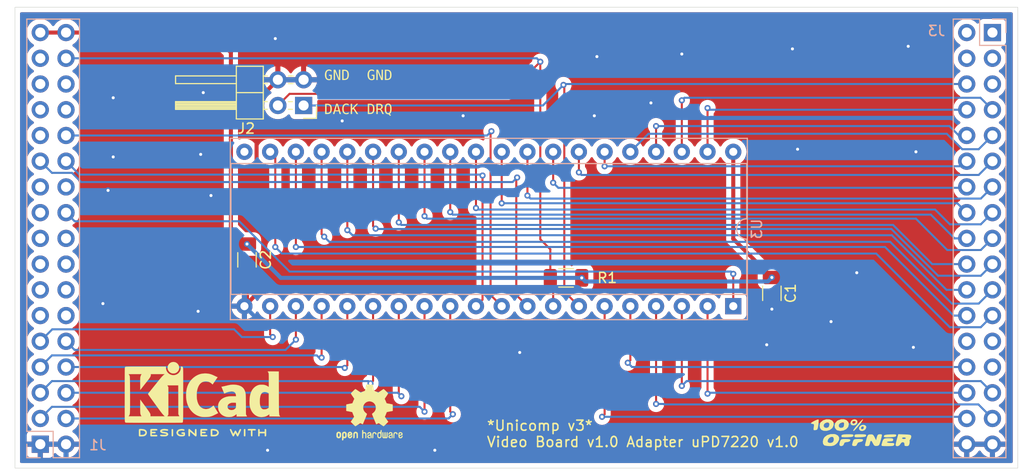
<source format=kicad_pcb>
(kicad_pcb (version 20240108) (generator "pcbnew") (generator_version "8.0")
  (layers (0 "F.Cu" signal) (31 "B.Cu" signal) (34 "B.Paste" user) (35 "F.Paste" user) (36 "B.SilkS" user "B.Silkscreen") (37 "F.SilkS" user "F.Silkscreen") (38 "B.Mask" user) (39 "F.Mask" user) (44 "Edge.Cuts" user))
  (net 0 "")
  (net 1 "GND")
  (net 2 "+5V")
  (net 3 "/VA1")
  (net 4 "/D4")
  (net 5 "/~{RST}")
  (net 6 "/D7")
  (net 7 "/VA11")
  (net 8 "/VA18")
  (net 9 "/D1")
  (net 10 "/CRSR")
  (net 11 "/VA7")
  (net 12 "/D5")
  (net 13 "/VA8")
  (net 14 "/D0")
  (net 15 "/VA13")
  (net 16 "/VCLK")
  (net 17 "/VA15")
  (net 18 "/VA0")
  (net 19 "/D6")
  (net 20 "/VA14")
  (net 21 "/VA4")
  (net 22 "/VA3")
  (net 23 "/VA6")
  (net 24 "/~{INT}")
  (net 25 "/R{slash}~{W}")
  (net 26 "/D3")
  (net 27 "/DE")
  (net 28 "/D2")
  (net 29 "/VA10")
  (net 30 "/VA5")
  (net 31 "/VA9")
  (net 32 "/HS")
  (net 33 "/VA12")
  (net 34 "/In0")
  (net 35 "/VA2")
  (net 36 "/VS")
  (net 37 "/~{CS}")
  (net 38 "/VA16")
  (net 39 "/VA17")
  (net 40 "/B")
  (net 41 "/Y")
  (net 42 "/CH0")
  (net 43 "/A")
  (net 44 "/Out2")
  (net 45 "/Out3")
  (net 46 "/Out6")
  (net 47 "/Out0")
  (net 48 "/Out5")
  (net 49 "/DRQ")
  (net 50 "/Out7")
  (net 51 "/CGAI")
  (net 52 "/Out4")
  (net 53 "/Out1")
  (net 54 "/~{RP}")
  (net 55 "/CGAB")
  (net 56 "/In2")
  (net 57 "/PHI2")
  (net 58 "/~{RD}")
  (net 59 "/~{WR}")
  (net 60 "/In1")
  (net 61 "/CGAR")
  (net 62 "/A0#")
  (net 63 "/CGAG")
  (net 65 "/A1#")
  (footprint "Symbol:OSHW-Logo2_7.3x6mm_SilkScreen" (layer "F.Cu") (at 85.5 106.5)
    (property "Reference" "H2" (hide yes))
    (property "Value" "Logo Open Source Hardware" (hide yes))
  )
  (footprint "Capacitor_SMD:C_1206_3216Metric_Pad1.33x1.80mm_HandSolder" (layer "F.Cu") (at 73.406 91.44 -90)
    (property "Reference" "C2" (at 0 -1.85 90) (layer "F.SilkS"))
    (property "Value" "100n")
    (pad "1" smd roundrect (at -1.5625 0 270) (size 1.325 1.8) (layers "F.Cu" "F.Paste" "F.Mask") (roundrect_rratio 0.188679) (net 2 "+5V"))
    (pad "2" smd roundrect (at 1.5625 0 270) (size 1.325 1.8) (layers "F.Cu" "F.Paste" "F.Mask") (roundrect_rratio 0.188679) (net 1 "GND"))
  )
  (footprint "Connector_PinHeader_2.54mm:PinHeader_2x02_P2.54mm_Horizontal" (layer "F.Cu") (at 78.994 76.2 180)
    (property "Reference" "J2" (at 5.655 -2.27 360) (layer "F.SilkS"))
    (property "Value" "Conn_02x02_Counter_Clockwise")
    (pad "1" thru_hole rect (at 0 0 180) (size 1.7 1.7) (drill 1) (layers "*.Cu" "*.Mask") (net 49 "/DRQ"))
    (pad "2" thru_hole oval (at 2.54 0 180) (size 1.7 1.7) (drill 1) (layers "*.Cu" "*.Mask") (net 24 "/~{INT}"))
    (pad "3" thru_hole oval (at 0 2.54 180) (size 1.7 1.7) (drill 1) (layers "*.Cu" "*.Mask") (net 1 "GND"))
    (pad "4" thru_hole oval (at 2.54 2.54 180) (size 1.7 1.7) (drill 1) (layers "*.Cu" "*.Mask") (net 1 "GND"))
  )
  (footprint "Capacitor_SMD:C_1206_3216Metric_Pad1.33x1.80mm_HandSolder" (layer "F.Cu") (at 125.222 94.742 -90)
    (property "Reference" "C1" (at 0 -1.85 90) (layer "F.SilkS"))
    (property "Value" "100n")
    (pad "1" smd roundrect (at -1.5625 0 270) (size 1.325 1.8) (layers "F.Cu" "F.Paste" "F.Mask") (roundrect_rratio 0.188679) (net 2 "+5V"))
    (pad "2" smd roundrect (at 1.5625 0 270) (size 1.325 1.8) (layers "F.Cu" "F.Paste" "F.Mask") (roundrect_rratio 0.188679) (net 1 "GND"))
  )
  (footprint "Symbol:KiCad-Logo2_6mm_SilkScreen" (layer "F.Cu") (at 69 104.5)
    (property "Reference" "H1" (hide yes))
    (property "Value" "Logo kicad" (hide yes))
  )
  (footprint "my_own:Logo_100ProzentOffner_10x2.7mm" (layer "F.Cu") (at 134 108.5)
    (property "Reference" "G***" (hide yes))
    (property "Value" "LOGO" (hide yes))
  )
  (footprint "Resistor_SMD:R_1206_3216Metric_Pad1.30x1.75mm_HandSolder" (layer "F.Cu") (at 104.902 93.218 180)
    (property "Reference" "R1" (at -4.064 0 360) (layer "F.SilkS"))
    (property "Value" "1k5")
    (pad "1" smd roundrect (at -1.55 0 180) (size 1.3 1.75) (layers "F.Cu" "F.Paste" "F.Mask") (roundrect_rratio 0.192308) (net 2 "+5V"))
    (pad "2" smd roundrect (at 1.55 0 180) (size 1.3 1.75) (layers "F.Cu" "F.Paste" "F.Mask") (roundrect_rratio 0.192308) (net 24 "/~{INT}"))
  )
  (footprint "Connector_PinHeader_2.54mm:PinHeader_2x17_P2.54mm_Vertical" (layer "B.Cu") (at 147 69 180)
    (property "Reference" "J3" (at 5.522 0.166 0) (layer "B.SilkS") (effects (justify mirror)))
    (property "Value" "Outputs")
    (pad "1" thru_hole rect (at 0 0 180) (size 1.7 1.7) (drill 1) (layers "*.Cu" "*.Mask") (net 55 "/CGAB"))
    (pad "2" thru_hole oval (at 2.54 0 180) (size 1.7 1.7) (drill 1) (layers "*.Cu" "*.Mask") (net 61 "/CGAR"))
    (pad "3" thru_hole oval (at 0 -2.54 180) (size 1.7 1.7) (drill 1) (layers "*.Cu" "*.Mask") (net 51 "/CGAI"))
    (pad "4" thru_hole oval (at 2.54 -2.54 180) (size 1.7 1.7) (drill 1) (layers "*.Cu" "*.Mask") (net 63 "/CGAG"))
    (pad "5" thru_hole oval (at 0 -5.08 180) (size 1.7 1.7) (drill 1) (layers "*.Cu" "*.Mask") (net 8 "/VA18"))
    (pad "6" thru_hole oval (at 2.54 -5.08 180) (size 1.7 1.7) (drill 1) (layers "*.Cu" "*.Mask") (net 49 "/DRQ"))
    (pad "7" thru_hole oval (at 0 -7.62 180) (size 1.7 1.7) (drill 1) (layers "*.Cu" "*.Mask") (net 38 "/VA16"))
    (pad "8" thru_hole oval (at 2.54 -7.62 180) (size 1.7 1.7) (drill 1) (layers "*.Cu" "*.Mask") (net 39 "/VA17"))
    (pad "9" thru_hole oval (at 0 -10.16 180) (size 1.7 1.7) (drill 1) (layers "*.Cu" "*.Mask") (net 20 "/VA14"))
    (pad "10" thru_hole oval (at 2.54 -10.16 180) (size 1.7 1.7) (drill 1) (layers "*.Cu" "*.Mask") (net 17 "/VA15"))
    (pad "11" thru_hole oval (at 0 -12.7 180) (size 1.7 1.7) (drill 1) (layers "*.Cu" "*.Mask") (net 33 "/VA12"))
    (pad "12" thru_hole oval (at 2.54 -12.7 180) (size 1.7 1.7) (drill 1) (layers "*.Cu" "*.Mask") (net 15 "/VA13"))
    (pad "13" thru_hole oval (at 0 -15.24 180) (size 1.7 1.7) (drill 1) (layers "*.Cu" "*.Mask") (net 29 "/VA10"))
    (pad "14" thru_hole oval (at 2.54 -15.24 180) (size 1.7 1.7) (drill 1) (layers "*.Cu" "*.Mask") (net 7 "/VA11"))
    (pad "15" thru_hole oval (at 0 -17.78 180) (size 1.7 1.7) (drill 1) (layers "*.Cu" "*.Mask") (net 13 "/VA8"))
    (pad "16" thru_hole oval (at 2.54 -17.78 180) (size 1.7 1.7) (drill 1) (layers "*.Cu" "*.Mask") (net 31 "/VA9"))
    (pad "17" thru_hole oval (at 0 -20.32 180) (size 1.7 1.7) (drill 1) (layers "*.Cu" "*.Mask") (net 23 "/VA6"))
    (pad "18" thru_hole oval (at 2.54 -20.32 180) (size 1.7 1.7) (drill 1) (layers "*.Cu" "*.Mask") (net 11 "/VA7"))
    (pad "19" thru_hole oval (at 0 -22.86 180) (size 1.7 1.7) (drill 1) (layers "*.Cu" "*.Mask") (net 21 "/VA4"))
    (pad "20" thru_hole oval (at 2.54 -22.86 180) (size 1.7 1.7) (drill 1) (layers "*.Cu" "*.Mask") (net 30 "/VA5"))
    (pad "21" thru_hole oval (at 0 -25.4 180) (size 1.7 1.7) (drill 1) (layers "*.Cu" "*.Mask") (net 35 "/VA2"))
    (pad "22" thru_hole oval (at 2.54 -25.4 180) (size 1.7 1.7) (drill 1) (layers "*.Cu" "*.Mask") (net 22 "/VA3"))
    (pad "23" thru_hole oval (at 0 -27.94 180) (size 1.7 1.7) (drill 1) (layers "*.Cu" "*.Mask") (net 18 "/VA0"))
    (pad "24" thru_hole oval (at 2.54 -27.94 180) (size 1.7 1.7) (drill 1) (layers "*.Cu" "*.Mask") (net 3 "/VA1"))
    (pad "25" thru_hole oval (at 0 -30.48 180) (size 1.7 1.7) (drill 1) (layers "*.Cu" "*.Mask") (net 34 "/In0"))
    (pad "26" thru_hole oval (at 2.54 -30.48 180) (size 1.7 1.7) (drill 1) (layers "*.Cu" "*.Mask") (net 60 "/In1"))
    (pad "27" thru_hole oval (at 0 -33.02 180) (size 1.7 1.7) (drill 1) (layers "*.Cu" "*.Mask") (net 56 "/In2"))
    (pad "28" thru_hole oval (at 2.54 -33.02 180) (size 1.7 1.7) (drill 1) (layers "*.Cu" "*.Mask") (net 27 "/DE"))
    (pad "29" thru_hole oval (at 0 -35.56 180) (size 1.7 1.7) (drill 1) (layers "*.Cu" "*.Mask") (net 32 "/HS"))
    (pad "30" thru_hole oval (at 2.54 -35.56 180) (size 1.7 1.7) (drill 1) (layers "*.Cu" "*.Mask") (net 10 "/CRSR"))
    (pad "31" thru_hole oval (at 0 -38.1 180) (size 1.7 1.7) (drill 1) (layers "*.Cu" "*.Mask") (net 36 "/VS"))
    (pad "32" thru_hole oval (at 2.54 -38.1 180) (size 1.7 1.7) (drill 1) (layers "*.Cu" "*.Mask") (net 54 "/~{RP}"))
    (pad "33" thru_hole oval (at 0 -40.64 180) (size 1.7 1.7) (drill 1) (layers "*.Cu" "*.Mask") (net 1 "GND"))
    (pad "34" thru_hole oval (at 2.54 -40.64 180) (size 1.7 1.7) (drill 1) (layers "*.Cu" "*.Mask") (net 1 "GND"))
  )
  (footprint "Connector_PinHeader_2.54mm:PinHeader_2x17_P2.54mm_Vertical" (layer "B.Cu") (at 53 109.64)
    (property "Reference" "J1" (at 5.674 0.088 0) (layer "B.SilkS") (effects (justify mirror)))
    (property "Value" "Inputs")
    (pad "1" thru_hole rect (at 0 0) (size 1.7 1.7) (drill 1) (layers "*.Cu" "*.Mask") (net 1 "GND"))
    (pad "2" thru_hole oval (at 2.54 0) (size 1.7 1.7) (drill 1) (layers "*.Cu" "*.Mask") (net 1 "GND"))
    (pad "3" thru_hole oval (at 0 -2.54) (size 1.7 1.7) (drill 1) (layers "*.Cu" "*.Mask") (net 9 "/D1"))
    (pad "4" thru_hole oval (at 2.54 -2.54) (size 1.7 1.7) (drill 1) (layers "*.Cu" "*.Mask") (net 14 "/D0"))
    (pad "5" thru_hole oval (at 0 -5.08) (size 1.7 1.7) (drill 1) (layers "*.Cu" "*.Mask") (net 26 "/D3"))
    (pad "6" thru_hole oval (at 2.54 -5.08) (size 1.7 1.7) (drill 1) (layers "*.Cu" "*.Mask") (net 28 "/D2"))
    (pad "7" thru_hole oval (at 0 -7.62) (size 1.7 1.7) (drill 1) (layers "*.Cu" "*.Mask") (net 12 "/D5"))
    (pad "8" thru_hole oval (at 2.54 -7.62) (size 1.7 1.7) (drill 1) (layers "*.Cu" "*.Mask") (net 4 "/D4"))
    (pad "9" thru_hole oval (at 0 -10.16) (size 1.7 1.7) (drill 1) (layers "*.Cu" "*.Mask") (net 6 "/D7"))
    (pad "10" thru_hole oval (at 2.54 -10.16) (size 1.7 1.7) (drill 1) (layers "*.Cu" "*.Mask") (net 19 "/D6"))
    (pad "11" thru_hole oval (at 0 -12.7) (size 1.7 1.7) (drill 1) (layers "*.Cu" "*.Mask") (net 53 "/Out1"))
    (pad "12" thru_hole oval (at 2.54 -12.7) (size 1.7 1.7) (drill 1) (layers "*.Cu" "*.Mask") (net 47 "/Out0"))
    (pad "13" thru_hole oval (at 0 -15.24) (size 1.7 1.7) (drill 1) (layers "*.Cu" "*.Mask") (net 45 "/Out3"))
    (pad "14" thru_hole oval (at 2.54 -15.24) (size 1.7 1.7) (drill 1) (layers "*.Cu" "*.Mask") (net 44 "/Out2"))
    (pad "15" thru_hole oval (at 0 -17.78) (size 1.7 1.7) (drill 1) (layers "*.Cu" "*.Mask") (net 48 "/Out5"))
    (pad "16" thru_hole oval (at 2.54 -17.78) (size 1.7 1.7) (drill 1) (layers "*.Cu" "*.Mask") (net 52 "/Out4"))
    (pad "17" thru_hole oval (at 0 -20.32) (size 1.7 1.7) (drill 1) (layers "*.Cu" "*.Mask") (net 50 "/Out7"))
    (pad "18" thru_hole oval (at 2.54 -20.32) (size 1.7 1.7) (drill 1) (layers "*.Cu" "*.Mask") (net 46 "/Out6"))
    (pad "19" thru_hole oval (at 0 -22.86) (size 1.7 1.7) (drill 1) (layers "*.Cu" "*.Mask") (net 37 "/~{CS}"))
    (pad "20" thru_hole oval (at 2.54 -22.86) (size 1.7 1.7) (drill 1) (layers "*.Cu" "*.Mask") (net 16 "/VCLK"))
    (pad "21" thru_hole oval (at 0 -25.4) (size 1.7 1.7) (drill 1) (layers "*.Cu" "*.Mask") (net 65 "/A1#"))
    (pad "22" thru_hole oval (at 2.54 -25.4) (size 1.7 1.7) (drill 1) (layers "*.Cu" "*.Mask") (net 25 "/R{slash}~{W}"))
    (pad "23" thru_hole oval (at 0 -27.94) (size 1.7 1.7) (drill 1) (layers "*.Cu" "*.Mask") (net 58 "/~{RD}"))
    (pad "24" thru_hole oval (at 2.54 -27.94) (size 1.7 1.7) (drill 1) (layers "*.Cu" "*.Mask") (net 62 "/A0#"))
    (pad "25" thru_hole oval (at 0 -30.48) (size 1.7 1.7) (drill 1) (layers "*.Cu" "*.Mask") (net 5 "/~{RST}"))
    (pad "26" thru_hole oval (at 2.54 -30.48) (size 1.7 1.7) (drill 1) (layers "*.Cu" "*.Mask") (net 59 "/~{WR}"))
    (pad "27" thru_hole oval (at 0 -33.02) (size 1.7 1.7) (drill 1) (layers "*.Cu" "*.Mask") (net 42 "/CH0"))
    (pad "28" thru_hole oval (at 2.54 -33.02) (size 1.7 1.7) (drill 1) (layers "*.Cu" "*.Mask") (net 57 "/PHI2"))
    (pad "29" thru_hole oval (at 0 -35.56) (size 1.7 1.7) (drill 1) (layers "*.Cu" "*.Mask") (net 41 "/Y"))
    (pad "30" thru_hole oval (at 2.54 -35.56) (size 1.7 1.7) (drill 1) (layers "*.Cu" "*.Mask") (net 43 "/A"))
    (pad "31" thru_hole oval (at 0 -38.1) (size 1.7 1.7) (drill 1) (layers "*.Cu" "*.Mask") (net 40 "/B"))
    (pad "32" thru_hole oval (at 2.54 -38.1) (size 1.7 1.7) (drill 1) (layers "*.Cu" "*.Mask") (net 24 "/~{INT}"))
    (pad "33" thru_hole oval (at 0 -40.64) (size 1.7 1.7) (drill 1) (layers "*.Cu" "*.Mask") (net 2 "+5V"))
    (pad "34" thru_hole oval (at 2.54 -40.64) (size 1.7 1.7) (drill 1) (layers "*.Cu" "*.Mask") (net 2 "+5V"))
  )
  (footprint "Package_DIP:DIP-40_W15.24mm_Socket" (layer "B.Cu") (at 121.412 96.012 90)
    (property "Reference" "U3" (at 7.62 2.33 90) (layer "B.SilkS") (effects (justify mirror)))
    (property "Value" "uPD7220")
    (pad "1" thru_hole rect (at 0 0 90) (size 1.6 1.6) (drill 0.8) (layers "*.Cu" "*.Mask") (net 16 "/VCLK"))
    (pad "2" thru_hole oval (at 0 -2.54 90) (size 1.6 1.6) (drill 0.8) (layers "*.Cu" "*.Mask") (net 10 "/CRSR"))
    (pad "3" thru_hole oval (at 0 -5.08 90) (size 1.6 1.6) (drill 0.8) (layers "*.Cu" "*.Mask") (net 32 "/HS"))
    (pad "4" thru_hole oval (at 0 -7.62 90) (size 1.6 1.6) (drill 0.8) (layers "*.Cu" "*.Mask") (net 36 "/VS"))
    (pad "5" thru_hole oval (at 0 -10.16 90) (size 1.6 1.6) (drill 0.8) (layers "*.Cu" "*.Mask") (net 27 "/DE"))
    (pad "6" thru_hole oval (at 0 -12.7 90) (size 1.6 1.6) (drill 0.8) (layers "*.Cu" "*.Mask") (net 54 "/~{RP}"))
    (pad "7" thru_hole oval (at 0 -15.24 90) (size 1.6 1.6) (drill 0.8) (layers "*.Cu" "*.Mask") (net 49 "/DRQ"))
    (pad "8" thru_hole oval (at 0 -17.78 90) (size 1.6 1.6) (drill 0.8) (layers "*.Cu" "*.Mask") (net 24 "/~{INT}"))
    (pad "9" thru_hole oval (at 0 -20.32 90) (size 1.6 1.6) (drill 0.8) (layers "*.Cu" "*.Mask") (net 58 "/~{RD}"))
    (pad "10" thru_hole oval (at 0 -22.86 90) (size 1.6 1.6) (drill 0.8) (layers "*.Cu" "*.Mask") (net 59 "/~{WR}"))
    (pad "11" thru_hole oval (at 0 -25.4 90) (size 1.6 1.6) (drill 0.8) (layers "*.Cu" "*.Mask") (net 62 "/A0#"))
    (pad "12" thru_hole oval (at 0 -27.94 90) (size 1.6 1.6) (drill 0.8) (layers "*.Cu" "*.Mask") (net 14 "/D0"))
    (pad "13" thru_hole oval (at 0 -30.48 90) (size 1.6 1.6) (drill 0.8) (layers "*.Cu" "*.Mask") (net 9 "/D1"))
    (pad "14" thru_hole oval (at 0 -33.02 90) (size 1.6 1.6) (drill 0.8) (layers "*.Cu" "*.Mask") (net 28 "/D2"))
    (pad "15" thru_hole oval (at 0 -35.56 90) (size 1.6 1.6) (drill 0.8) (layers "*.Cu" "*.Mask") (net 26 "/D3"))
    (pad "16" thru_hole oval (at 0 -38.1 90) (size 1.6 1.6) (drill 0.8) (layers "*.Cu" "*.Mask") (net 4 "/D4"))
    (pad "17" thru_hole oval (at 0 -40.64 90) (size 1.6 1.6) (drill 0.8) (layers "*.Cu" "*.Mask") (net 12 "/D5"))
    (pad "18" thru_hole oval (at 0 -43.18 90) (size 1.6 1.6) (drill 0.8) (layers "*.Cu" "*.Mask") (net 19 "/D6"))
    (pad "19" thru_hole oval (at 0 -45.72 90) (size 1.6 1.6) (drill 0.8) (layers "*.Cu" "*.Mask") (net 6 "/D7"))
    (pad "20" thru_hole oval (at 0 -48.26 90) (size 1.6 1.6) (drill 0.8) (layers "*.Cu" "*.Mask") (net 1 "GND"))
    (pad "21" thru_hole oval (at 15.24 -48.26 90) (size 1.6 1.6) (drill 0.8) (layers "*.Cu" "*.Mask"))
    (pad "22" thru_hole oval (at 15.24 -45.72 90) (size 1.6 1.6) (drill 0.8) (layers "*.Cu" "*.Mask") (net 18 "/VA0"))
    (pad "23" thru_hole oval (at 15.24 -43.18 90) (size 1.6 1.6) (drill 0.8) (layers "*.Cu" "*.Mask") (net 3 "/VA1"))
    (pad "24" thru_hole oval (at 15.24 -40.64 90) (size 1.6 1.6) (drill 0.8) (layers "*.Cu" "*.Mask") (net 35 "/VA2"))
    (pad "25" thru_hole oval (at 15.24 -38.1 90) (size 1.6 1.6) (drill 0.8) (layers "*.Cu" "*.Mask") (net 22 "/VA3"))
    (pad "26" thru_hole oval (at 15.24 -35.56 90) (size 1.6 1.6) (drill 0.8) (layers "*.Cu" "*.Mask") (net 21 "/VA4"))
    (pad "27" thru_hole oval (at 15.24 -33.02 90) (size 1.6 1.6) (drill 0.8) (layers "*.Cu" "*.Mask") (net 30 "/VA5"))
    (pad "28" thru_hole oval (at 15.24 -30.48 90) (size 1.6 1.6) (drill 0.8) (layers "*.Cu" "*.Mask") (net 23 "/VA6"))
    (pad "29" thru_hole oval (at 15.24 -27.94 90) (size 1.6 1.6) (drill 0.8) (layers "*.Cu" "*.Mask") (net 11 "/VA7"))
    (pad "30" thru_hole oval (at 15.24 -25.4 90) (size 1.6 1.6) (drill 0.8) (layers "*.Cu" "*.Mask") (net 13 "/VA8"))
    (pad "31" thru_hole oval (at 15.24 -22.86 90) (size 1.6 1.6) (drill 0.8) (layers "*.Cu" "*.Mask") (net 31 "/VA9"))
    (pad "32" thru_hole oval (at 15.24 -20.32 90) (size 1.6 1.6) (drill 0.8) (layers "*.Cu" "*.Mask") (net 29 "/VA10"))
    (pad "33" thru_hole oval (at 15.24 -17.78 90) (size 1.6 1.6) (drill 0.8) (layers "*.Cu" "*.Mask") (net 7 "/VA11"))
    (pad "34" thru_hole oval (at 15.24 -15.24 90) (size 1.6 1.6) (drill 0.8) (layers "*.Cu" "*.Mask") (net 33 "/VA12"))
    (pad "35" thru_hole oval (at 15.24 -12.7 90) (size 1.6 1.6) (drill 0.8) (layers "*.Cu" "*.Mask") (net 15 "/VA13"))
    (pad "36" thru_hole oval (at 15.24 -10.16 90) (size 1.6 1.6) (drill 0.8) (layers "*.Cu" "*.Mask") (net 20 "/VA14"))
    (pad "37" thru_hole oval (at 15.24 -7.62 90) (size 1.6 1.6) (drill 0.8) (layers "*.Cu" "*.Mask") (net 17 "/VA15"))
    (pad "38" thru_hole oval (at 15.24 -5.08 90) (size 1.6 1.6) (drill 0.8) (layers "*.Cu" "*.Mask") (net 38 "/VA16"))
    (pad "39" thru_hole oval (at 15.24 -2.54 90) (size 1.6 1.6) (drill 0.8) (layers "*.Cu" "*.Mask") (net 39 "/VA17"))
    (pad "40" thru_hole oval (at 15.24 0 90) (size 1.6 1.6) (drill 0.8) (layers "*.Cu" "*.Mask") (net 2 "+5V"))
  )
  (gr_rect (start 50.5 66.5) (end 149.5 112) (stroke (width 0.05)) (fill none) (layer "Edge.Cuts"))
  (gr_text "GND  GND\n\nDACK DRQ" (at 81.026 77.216 0) (layer "F.SilkS") (effects (font (size 1 1) (thickness 0.1)) (justify left bottom)))
  (gr_text "*Unicomp v3*\nVideo Board v1.0 Adapter uPD7220 v1.0" (at 97 110 0) (layer "F.SilkS") (effects (font (size 1 1)) (justify left bottom)))
  (segment (start 75.184 93.98) (end 73.152 96.012) (width 0.4) (layer "F.Cu") (net 1))
  (segment (start 74.352 75.762) (end 74.352 82.804) (width 0.4) (layer "F.Cu") (net 1))
  (segment (start 75.184 83.636) (end 75.184 93.98) (width 0.4) (layer "F.Cu") (net 1))
  (segment (start 61.86 109.64) (end 55.54 109.64) (width 0.4) (layer "F.Cu") (net 1))
  (segment (start 72.923 98.577) (end 73.152 98.348) (width 0.4) (layer "F.Cu") (net 1))
  (segment (start 73.152 96.012) (end 73.406 95.758) (width 0.4) (layer "F.Cu") (net 1))
  (segment (start 74.352 82.804) (end 75.184 83.636) (width 0.4) (layer "F.Cu") (net 1))
  (segment (start 73.152 98.348) (end 73.152 96.012) (width 0.4) (layer "F.Cu") (net 1))
  (segment (start 73.406 95.758) (end 73.406 93.0025) (width 0.4) (layer "F.Cu") (net 1))
  (segment (start 76.454 73.66) (end 78.994 73.66) (width 0.4) (layer "F.Cu") (net 1))
  (segment (start 72.923 98.577) (end 61.86 109.64) (width 0.4) (layer "F.Cu") (net 1))
  (segment (start 76.454 73.66) (end 74.352 75.762) (width 0.4) (layer "F.Cu") (net 1))
  (via (at 113.284 75.946) (size 0.6) (drill 0.3) (layers "F.Cu" "B.Cu") (net 1))
  (via (at 133.604 92.71) (size 0.6) (drill 0.3) (layers "F.Cu" "B.Cu") (net 1))
  (via (at 59.69 84.582) (size 0.6) (drill 0.3) (layers "F.Cu" "B.Cu") (net 1))
  (via (at 131.064 97.536) (size 0.6) (drill 0.3) (layers "F.Cu" "B.Cu") (net 1))
  (via (at 68.58 96.52) (size 0.6) (drill 0.3) (layers "F.Cu" "B.Cu") (net 1))
  (via (at 107.95 71.374) (size 0.6) (drill 0.3) (layers "F.Cu" "B.Cu") (net 1))
  (via (at 82.804 77.724) (size 0.6) (drill 0.3) (layers "F.Cu" "B.Cu") (net 1))
  (via (at 75.438 110.236) (size 0.6) (drill 0.3) (layers "F.Cu" "B.Cu") (net 1))
  (via (at 69.85 85.09) (size 0.6) (drill 0.3) (layers "F.Cu" "B.Cu") (net 1))
  (via (at 127.254 70.612) (size 0.6) (drill 0.3) (layers "F.Cu" "B.Cu") (net 1))
  (via (at 60.198 81.28) (size 0.6) (drill 0.3) (layers "F.Cu" "B.Cu") (net 1))
  (via (at 59.182 95.758) (size 0.6) (drill 0.3) (layers "F.Cu" "B.Cu") (net 1))
  (via (at 94.742 77.216) (size 0.6) (drill 0.3) (layers "F.Cu" "B.Cu") (net 1))
  (via (at 68.834 81.026) (size 0.6) (drill 0.3) (layers "F.Cu" "B.Cu") (net 1))
  (via (at 107.696 77.216) (size 0.6) (drill 0.3) (layers "F.Cu" "B.Cu") (net 1))
  (via (at 125.222 96.3045) (size 0.6) (drill 0.3) (layers "F.Cu" "B.Cu") (net 1))
  (via (at 139.446 80.772) (size 0.6) (drill 0.3) (layers "F.Cu" "B.Cu") (net 1))
  (via (at 91.948 110.236) (size 0.6) (drill 0.3) (layers "F.Cu" "B.Cu") (net 1))
  (via (at 116.332 71.12) (size 0.6) (drill 0.3) (layers "F.Cu" "B.Cu") (net 1))
  (via (at 139.192 100.076) (size 0.6) (drill 0.3) (layers "F.Cu" "B.Cu") (net 1))
  (via (at 76.2 69.596) (size 0.6) (drill 0.3) (layers "F.Cu" "B.Cu") (net 1))
  (via (at 138.684 70.358) (size 0.6) (drill 0.3) (layers "F.Cu" "B.Cu") (net 1))
  (via (at 124.714 99.822) (size 0.6) (drill 0.3) (layers "F.Cu" "B.Cu") (net 1))
  (via (at 100.33 100.584) (size 0.6) (drill 0.3) (layers "F.Cu" "B.Cu") (net 1))
  (via (at 69.088 74.93) (size 0.6) (drill 0.3) (layers "F.Cu" "B.Cu") (net 1))
  (via (at 127.762 80.518) (size 0.6) (drill 0.3) (layers "F.Cu" "B.Cu") (net 1))
  (via (at 60.198 75.438) (size 0.6) (drill 0.3) (layers "F.Cu" "B.Cu") (net 1))
  (segment (start 75.075337 97.935337) (end 73.152 96.012) (width 0.4) (layer "B.Cu") (net 1))
  (segment (start 123.591163 97.935337) (end 75.075337 97.935337) (width 0.4) (layer "B.Cu") (net 1))
  (segment (start 125.222 96.3045) (end 123.591163 97.935337) (width 0.4) (layer "B.Cu") (net 1))
  (segment (start 121.412 80.772) (end 121.412 89.369489) (width 0.4) (layer "F.Cu") (net 2))
  (segment (start 121.412 89.369489) (end 125.222022 93.179511) (width 0.4) (layer "F.Cu") (net 2))
  (segment (start 106.452 93.218) (end 106.452 93.218018) (width 0.4) (layer "F.Cu") (net 2))
  (segment (start 71.816 88.2875) (end 71.816 70.966) (width 0.4) (layer "F.Cu") (net 2))
  (segment (start 69.85 69) (end 53 69) (width 0.4) (layer "F.Cu") (net 2))
  (segment (start 73.406 89.8775) (end 71.816 88.2875) (width 0.4) (layer "F.Cu") (net 2))
  (segment (start 71.816 70.966) (end 69.85 69) (width 0.4) (layer "F.Cu") (net 2))
  (segment (start 125.222 93.1795) (end 125.222011 93.179511) (width 0.4) (layer "F.Cu") (net 2))
  (segment (start 125.222011 93.179511) (end 125.222022 93.179511) (width 0.4) (layer "F.Cu") (net 2))
  (via (at 73.406 89.8775) (size 0.6) (drill 0.3) (layers "F.Cu" "B.Cu") (net 2))
  (via (at 106.452 93.218018) (size 0.6) (drill 0.3) (layers "F.Cu" "B.Cu") (net 2))
  (via (at 125.222022 93.179511) (size 0.6) (drill 0.3) (layers "F.Cu" "B.Cu") (net 2))
  (segment (start 124.827339 93.574194) (end 125.222022 93.179511) (width 0.4) (layer "B.Cu") (net 2))
  (segment (start 76.746518 93.218018) (end 106.452 93.218018) (width 0.4) (layer "B.Cu") (net 2))
  (segment (start 76.746518 93.218018) (end 73.406 89.8775) (width 0.4) (layer "B.Cu") (net 2))
  (segment (start 106.452 93.218018) (end 106.808176 93.574194) (width 0.4) (layer "B.Cu") (net 2))
  (segment (start 106.808176 93.574194) (end 124.827339 93.574194) (width 0.4) (layer "B.Cu") (net 2))
  (segment (start 78.232 80.772) (end 78.232 90.17) (width 0.2) (layer "F.Cu") (net 3))
  (via (at 78.232 90.17) (size 0.6) (drill 0.3) (layers "F.Cu" "B.Cu") (net 3))
  (segment (start 136.398 90.17) (end 143.168 96.94) (width 0.2) (layer "B.Cu") (net 3))
  (segment (start 143.168 96.94) (end 144.46 96.94) (width 0.2) (layer "B.Cu") (net 3))
  (segment (start 78.232 90.17) (end 136.398 90.17) (width 0.2) (layer "B.Cu") (net 3))
  (segment (start 83.312 101.854) (end 83.058 102.108) (width 0.2) (layer "F.Cu") (net 4))
  (segment (start 83.312 96.012) (end 83.312 101.854) (width 0.2) (layer "F.Cu") (net 4))
  (via (at 83.058 102.108) (size 0.6) (drill 0.3) (layers "F.Cu" "B.Cu") (net 4))
  (segment (start 82.97 102.02) (end 55.54 102.02) (width 0.2) (layer "B.Cu") (net 4))
  (segment (start 83.058 102.108) (end 82.97 102.02) (width 0.2) (layer "B.Cu") (net 4))
  (segment (start 75.692 98.806) (end 75.946 99.06) (width 0.2) (layer "F.Cu") (net 6))
  (segment (start 75.692 96.012) (end 75.692 98.806) (width 0.2) (layer "F.Cu") (net 6))
  (via (at 75.946 99.06) (size 0.6) (drill 0.3) (layers "F.Cu" "B.Cu") (net 6))
  (segment (start 72.136 98.298) (end 72.898 99.06) (width 0.2) (layer "B.Cu") (net 6))
  (segment (start 53 99.48) (end 54.182 98.298) (width 0.2) (layer "B.Cu") (net 6))
  (segment (start 54.182 98.298) (end 72.136 98.298) (width 0.2) (layer "B.Cu") (net 6))
  (segment (start 72.898 99.06) (end 75.946 99.06) (width 0.2) (layer "B.Cu") (net 6))
  (segment (start 103.632 80.772) (end 103.632 83.82) (width 0.2) (layer "F.Cu") (net 7))
  (via (at 103.632 83.82) (size 0.6) (drill 0.3) (layers "F.Cu" "B.Cu") (net 7))
  (segment (start 103.632 83.82) (end 104.14 84.328) (width 0.2) (layer "B.Cu") (net 7))
  (segment (start 144.372 84.328) (end 144.46 84.24) (width 0.2) (layer "B.Cu") (net 7))
  (segment (start 104.14 84.328) (end 144.372 84.328) (width 0.2) (layer "B.Cu") (net 7))
  (segment (start 90.932 96.012) (end 90.932 106.426) (width 0.2) (layer "F.Cu") (net 9))
  (via (at 90.932 106.426) (size 0.6) (drill 0.3) (layers "F.Cu" "B.Cu") (net 9))
  (segment (start 90.932 106.426) (end 90.456 105.95) (width 0.2) (layer "B.Cu") (net 9))
  (segment (start 90.456 105.95) (end 54.15 105.95) (width 0.2) (layer "B.Cu") (net 9))
  (segment (start 54.15 105.95) (end 53 107.1) (width 0.2) (layer "B.Cu") (net 9))
  (segment (start 118.872 96.012) (end 118.872 104.648) (width 0.2) (layer "F.Cu") (net 10))
  (via (at 118.872 104.648) (size 0.6) (drill 0.3) (layers "F.Cu" "B.Cu") (net 10))
  (segment (start 118.96 104.56) (end 144.46 104.56) (width 0.2) (layer "B.Cu") (net 10))
  (segment (start 118.872 104.648) (end 118.96 104.56) (width 0.2) (layer "B.Cu") (net 10))
  (segment (start 93.472 80.772) (end 93.472 86.726) (width 0.2) (layer "F.Cu") (net 11))
  (via (at 93.472 86.726) (size 0.6) (drill 0.3) (layers "F.Cu" "B.Cu") (net 11))
  (segment (start 144.46 89.32) (end 143.257919 89.32) (width 0.2) (layer "B.Cu") (net 11))
  (segment (start 93.722 86.976) (end 93.472 86.726) (width 0.2) (layer "B.Cu") (net 11))
  (segment (start 143.257919 89.32) (end 140.913919 86.976) (width 0.2) (layer "B.Cu") (net 11))
  (segment (start 140.913919 86.976) (end 93.722 86.976) (width 0.2) (layer "B.Cu") (net 11))
  (segment (start 80.772 96.012) (end 80.772 101.092) (width 0.2) (layer "F.Cu") (net 12))
  (via (at 80.772 101.092) (size 0.6) (drill 0.3) (layers "F.Cu" "B.Cu") (net 12))
  (segment (start 80.296 100.87) (end 54.15 100.87) (width 0.2) (layer "B.Cu") (net 12))
  (segment (start 80.772 101.092) (end 80.518 101.092) (width 0.2) (layer "B.Cu") (net 12))
  (segment (start 54.15 100.87) (end 53 102.02) (width 0.2) (layer "B.Cu") (net 12))
  (segment (start 80.518 101.092) (end 80.296 100.87) (width 0.2) (layer "B.Cu") (net 12))
  (segment (start 96.012 80.772) (end 96.012 86.326) (width 0.2) (layer "F.Cu") (net 13))
  (via (at 96.012 86.326) (size 0.6) (drill 0.3) (layers "F.Cu" "B.Cu") (net 13))
  (segment (start 142.794 87.93) (end 141.336 86.472) (width 0.2) (layer "B.Cu") (net 13))
  (segment (start 147 86.78) (end 145.85 87.93) (width 0.2) (layer "B.Cu") (net 13))
  (segment (start 141.336 86.472) (end 96.158 86.472) (width 0.2) (layer "B.Cu") (net 13))
  (segment (start 96.158 86.472) (end 96.012 86.326) (width 0.2) (layer "B.Cu") (net 13))
  (segment (start 145.85 87.93) (end 142.794 87.93) (width 0.2) (layer "B.Cu") (net 13))
  (segment (start 93.472 96.012) (end 93.472 106.426) (width 0.2) (layer "F.Cu") (net 14))
  (segment (start 93.472 106.426) (end 93.726 106.68) (width 0.2) (layer "F.Cu") (net 14))
  (via (at 93.726 106.68) (size 0.6) (drill 0.3) (layers "F.Cu" "B.Cu") (net 14))
  (segment (start 93.726 106.68) (end 93.306 107.1) (width 0.2) (layer "B.Cu") (net 14))
  (segment (start 93.306 107.1) (end 55.54 107.1) (width 0.2) (layer "B.Cu") (net 14))
  (segment (start 108.712 80.772) (end 108.712 82.2) (width 0.2) (layer "F.Cu") (net 15))
  (via (at 108.712 82.2) (size 0.6) (drill 0.3) (layers "F.Cu" "B.Cu") (net 15))
  (segment (start 143.96 82.2) (end 108.712 82.2) (width 0.2) (layer "B.Cu") (net 15))
  (segment (start 144.46 81.7) (end 143.96 82.2) (width 0.2) (layer "B.Cu") (net 15))
  (segment (start 121.412 92.824207) (end 121.411993 92.8242) (width 0.2) (layer "F.Cu") (net 16))
  (segment (start 121.412 96.012) (end 121.412 92.824207) (width 0.2) (layer "F.Cu") (net 16))
  (via (at 121.411993 92.8242) (size 0.6) (drill 0.3) (layers "F.Cu" "B.Cu") (net 16))
  (segment (start 77.612 92.598) (end 121.185793 92.598) (width 0.2) (layer "B.Cu") (net 16))
  (segment (start 72.644 87.63) (end 77.612 92.598) (width 0.2) (layer "B.Cu") (net 16))
  (segment (start 55.54 86.78) (end 56.39 87.63) (width 0.2) (layer "B.Cu") (net 16))
  (segment (start 56.39 87.63) (end 72.644 87.63) (width 0.2) (layer "B.Cu") (net 16))
  (segment (start 121.185793 92.598) (end 121.411993 92.8242) (width 0.2) (layer "B.Cu") (net 16))
  (segment (start 113.792 80.772) (end 113.792 78.232) (width 0.2) (layer "F.Cu") (net 17))
  (via (at 113.792 78.232) (size 0.6) (drill 0.3) (layers "F.Cu" "B.Cu") (net 17))
  (segment (start 142.748 78.232) (end 143.676 79.16) (width 0.2) (layer "B.Cu") (net 17))
  (segment (start 113.792 78.232) (end 142.748 78.232) (width 0.2) (layer "B.Cu") (net 17))
  (segment (start 143.676 79.16) (end 144.46 79.16) (width 0.2) (layer "B.Cu") (net 17))
  (segment (start 76.2 81.28) (end 76.2 90.17) (width 0.2) (layer "F.Cu") (net 18))
  (segment (start 75.692 80.772) (end 76.2 81.28) (width 0.2) (layer "F.Cu") (net 18))
  (via (at 76.2 90.17) (size 0.6) (drill 0.3) (layers "F.Cu" "B.Cu") (net 18))
  (segment (start 142.794 98.09) (end 135.524 90.82) (width 0.2) (layer "B.Cu") (net 18))
  (segment (start 76.85 90.82) (end 76.2 90.17) (width 0.2) (layer "B.Cu") (net 18))
  (segment (start 145.85 98.09) (end 142.794 98.09) (width 0.2) (layer "B.Cu") (net 18))
  (segment (start 147 96.94) (end 145.85 98.09) (width 0.2) (layer "B.Cu") (net 18))
  (segment (start 135.524 90.82) (end 76.85 90.82) (width 0.2) (layer "B.Cu") (net 18))
  (segment (start 78.232 96.012) (end 78.232 99.314) (width 0.2) (layer "F.Cu") (net 19))
  (via (at 78.232 99.314) (size 0.6) (drill 0.3) (layers "F.Cu" "B.Cu") (net 19))
  (segment (start 56.39 100.33) (end 55.54 99.48) (width 0.2) (layer "B.Cu") (net 19))
  (segment (start 78.232 99.314) (end 77.216 100.33) (width 0.2) (layer "B.Cu") (net 19))
  (segment (start 77.216 100.33) (end 56.39 100.33) (width 0.2) (layer "B.Cu") (net 19))
  (segment (start 145.642 80.518) (end 147 79.16) (width 0.2) (layer "B.Cu") (net 20))
  (segment (start 142.494 78.994) (end 144.018 80.518) (width 0.2) (layer "B.Cu") (net 20))
  (segment (start 113.03 78.994) (end 142.494 78.994) (width 0.2) (layer "B.Cu") (net 20))
  (segment (start 144.018 80.518) (end 145.642 80.518) (width 0.2) (layer "B.Cu") (net 20))
  (segment (start 111.252 80.772) (end 113.03 78.994) (width 0.2) (layer "B.Cu") (net 20))
  (segment (start 85.852 80.772) (end 85.852 88.104) (width 0.2) (layer "F.Cu") (net 21))
  (segment (start 85.852 88.104) (end 86.106 88.358) (width 0.2) (layer "F.Cu") (net 21))
  (via (at 86.106 88.358) (size 0.6) (drill 0.3) (layers "F.Cu" "B.Cu") (net 21))
  (segment (start 147 91.86) (end 145.85 93.01) (width 0.2) (layer "B.Cu") (net 21))
  (segment (start 86.14 88.392) (end 86.106 88.358) (width 0.2) (layer "B.Cu") (net 21))
  (segment (start 141.639371 93.01) (end 137.021371 88.392) (width 0.2) (layer "B.Cu") (net 21))
  (segment (start 137.021371 88.392) (end 86.14 88.392) (width 0.2) (layer "B.Cu") (net 21))
  (segment (start 145.85 93.01) (end 141.639371 93.01) (width 0.2) (layer "B.Cu") (net 21))
  (segment (start 83.312 80.772) (end 83.312 88.504004) (width 0.2) (layer "F.Cu") (net 22))
  (segment (start 83.312 88.504004) (end 83.311998 88.504006) (width 0.2) (layer "F.Cu") (net 22))
  (via (at 83.311998 88.504006) (size 0.6) (drill 0.3) (layers "F.Cu" "B.Cu") (net 22))
  (segment (start 137.071686 89.008) (end 83.815992 89.008) (width 0.2) (layer "B.Cu") (net 22))
  (segment (start 142.463686 94.4) (end 137.071686 89.008) (width 0.2) (layer "B.Cu") (net 22))
  (segment (start 144.46 94.4) (end 142.463686 94.4) (width 0.2) (layer "B.Cu") (net 22))
  (segment (start 83.815992 89.008) (end 83.311998 88.504006) (width 0.2) (layer "B.Cu") (net 22))
  (segment (start 90.932 80.772) (end 90.932 87.122) (width 0.2) (layer "F.Cu") (net 23))
  (via (at 90.932 87.122) (size 0.6) (drill 0.3) (layers "F.Cu" "B.Cu") (net 23))
  (segment (start 91.186 87.376) (end 90.932 87.122) (width 0.2) (layer "B.Cu") (net 23))
  (segment (start 142.54 90.47) (end 139.446 87.376) (width 0.2) (layer "B.Cu") (net 23))
  (segment (start 145.85 90.47) (end 142.54 90.47) (width 0.2) (layer "B.Cu") (net 23))
  (segment (start 139.446 87.376) (end 91.186 87.376) (width 0.2) (layer "B.Cu") (net 23))
  (segment (start 147 89.32) (end 145.85 90.47) (width 0.2) (layer "B.Cu") (net 23))
  (segment (start 77.604 75.05) (end 99.194 75.05) (width 0.2) (layer "F.Cu") (net 24))
  (segment (start 99.194 75.05) (end 102.362 71.882) (width 0.2) (layer "F.Cu") (net 24))
  (segment (start 76.454 76.2) (end 77.604 75.05) (width 0.2) (layer "F.Cu") (net 24))
  (segment (start 102.362 89.408) (end 103.352 90.398) (width 0.2) (layer "F.Cu") (net 24))
  (segment (start 102.362 71.882) (end 102.362 89.408) (width 0.2) (layer "F.Cu") (net 24))
  (segment (start 103.632 96.012) (end 103.632 93.498) (width 0.2) (layer "F.Cu") (net 24))
  (segment (start 103.632 93.498) (end 103.352 93.218) (width 0.2) (layer "F.Cu") (net 24))
  (segment (start 103.352 90.398) (end 103.352 93.218) (width 0.2) (layer "F.Cu") (net 24))
  (via (at 102.362 71.882) (size 0.6) (drill 0.3) (layers "F.Cu" "B.Cu") (net 24))
  (segment (start 55.54 71.54) (end 102.02 71.54) (width 0.2) (layer "B.Cu") (net 24))
  (segment (start 102.02 71.54) (end 102.362 71.882) (width 0.2) (layer "B.Cu") (net 24))
  (segment (start 85.852 96.012) (end 85.852 103.378) (width 0.2) (layer "F.Cu") (net 26))
  (segment (start 85.852 103.378) (end 85.598 103.632) (width 0.2) (layer "F.Cu") (net 26))
  (via (at 85.598 103.632) (size 0.6) (drill 0.3) (layers "F.Cu" "B.Cu") (net 26))
  (segment (start 54.15 103.41) (end 53 104.56) (width 0.2) (layer "B.Cu") (net 26))
  (segment (start 85.376 103.41) (end 54.15 103.41) (width 0.2) (layer "B.Cu") (net 26))
  (segment (start 85.598 103.632) (end 85.376 103.41) (width 0.2) (layer "B.Cu") (net 26))
  (segment (start 111.252 96.012) (end 111.252 101.346) (width 0.2) (layer "F.Cu") (net 27))
  (segment (start 111.252 101.346) (end 110.998 101.6) (width 0.2) (layer "F.Cu") (net 27))
  (via (at 110.998 101.6) (size 0.6) (drill 0.3) (layers "F.Cu" "B.Cu") (net 27))
  (segment (start 111.418 102.02) (end 144.46 102.02) (width 0.2) (layer "B.Cu") (net 27))
  (segment (start 110.998 101.6) (end 111.418 102.02) (width 0.2) (layer "B.Cu") (net 27))
  (segment (start 88.392 104.648) (end 88.646 104.902) (width 0.2) (layer "F.Cu") (net 28))
  (segment (start 88.392 96.012) (end 88.392 104.648) (width 0.2) (layer "F.Cu") (net 28))
  (via (at 88.646 104.902) (size 0.6) (drill 0.3) (layers "F.Cu" "B.Cu") (net 28))
  (segment (start 88.304 104.56) (end 55.54 104.56) (width 0.2) (layer "B.Cu") (net 28))
  (segment (start 88.646 104.902) (end 88.304 104.56) (width 0.2) (layer "B.Cu") (net 28))
  (segment (start 101.092 80.772) (end 101.092 85.09) (width 0.2) (layer "F.Cu") (net 29))
  (via (at 101.092 85.09) (size 0.6) (drill 0.3) (layers "F.Cu" "B.Cu") (net 29))
  (segment (start 145.85 85.39) (end 147 84.24) (width 0.2) (layer "B.Cu") (net 29))
  (segment (start 101.392 85.39) (end 145.85 85.39) (width 0.2) (layer "B.Cu") (net 29))
  (segment (start 101.092 85.09) (end 101.392 85.39) (width 0.2) (layer "B.Cu") (net 29))
  (segment (start 88.392 80.772) (end 88.392 87.742) (width 0.2) (layer "F.Cu") (net 30))
  (via (at 88.392 87.742) (size 0.6) (drill 0.3) (layers "F.Cu" "B.Cu") (net 30))
  (segment (start 144.46 91.86) (end 141.055057 91.86) (width 0.2) (layer "B.Cu") (net 30))
  (segment (start 137.187057 87.992) (end 88.642 87.992) (width 0.2) (layer "B.Cu") (net 30))
  (segment (start 141.055057 91.86) (end 137.187057 87.992) (width 0.2) (layer "B.Cu") (net 30))
  (segment (start 88.642 87.992) (end 88.392 87.742) (width 0.2) (layer "B.Cu") (net 30))
  (segment (start 98.552 80.772) (end 98.552 85.852) (width 0.2) (layer "F.Cu") (net 31))
  (via (at 98.552 85.852) (size 0.6) (drill 0.3) (layers "F.Cu" "B.Cu") (net 31))
  (segment (start 98.552 85.852) (end 143.532 85.852) (width 0.2) (layer "B.Cu") (net 31))
  (segment (start 143.532 85.852) (end 144.46 86.78) (width 0.2) (layer "B.Cu") (net 31))
  (segment (start 116.332 96.012) (end 116.332 103.886) (width 0.2) (layer "F.Cu") (net 32))
  (via (at 116.332 103.886) (size 0.6) (drill 0.3) (layers "F.Cu" "B.Cu") (net 32))
  (segment (start 116.808 103.41) (end 145.85 103.41) (width 0.2) (layer "B.Cu") (net 32))
  (segment (start 116.332 103.886) (end 116.808 103.41) (width 0.2) (layer "B.Cu") (net 32))
  (segment (start 145.85 103.41) (end 147 104.56) (width 0.2) (layer "B.Cu") (net 32))
  (segment (start 106.172 80.772) (end 106.172 82.804) (width 0.2) (layer "F.Cu") (net 33))
  (via (at 106.172 82.804) (size 0.6) (drill 0.3) (layers "F.Cu" "B.Cu") (net 33))
  (segment (start 145.642 83.058) (end 106.426 83.058) (width 0.2) (layer "B.Cu") (net 33))
  (segment (start 106.426 83.058) (end 106.172 82.804) (width 0.2) (layer "B.Cu") (net 33))
  (segment (start 147 81.7) (end 145.642 83.058) (width 0.2) (layer "B.Cu") (net 33))
  (segment (start 80.772 88.9) (end 81.026 89.154) (width 0.2) (layer "F.Cu") (net 35))
  (segment (start 80.772 80.772) (end 80.772 88.9) (width 0.2) (layer "F.Cu") (net 35))
  (via (at 81.026 89.154) (size 0.6) (drill 0.3) (layers "F.Cu" "B.Cu") (net 35))
  (segment (start 81.026 89.154) (end 81.534 89.662) (width 0.2) (layer "B.Cu") (net 35))
  (segment (start 81.534 89.662) (end 136.906 89.662) (width 0.2) (layer "B.Cu") (net 35))
  (segment (start 143.002 95.758) (end 145.642 95.758) (width 0.2) (layer "B.Cu") (net 35))
  (segment (start 136.906 89.662) (end 143.002 95.758) (width 0.2) (layer "B.Cu") (net 35))
  (segment (start 145.642 95.758) (end 147 94.4) (width 0.2) (layer "B.Cu") (net 35))
  (segment (start 113.792 96.012) (end 113.792 105.664) (width 0.2) (layer "F.Cu") (net 36))
  (via (at 113.792 105.664) (size 0.6) (drill 0.3) (layers "F.Cu" "B.Cu") (net 36))
  (segment (start 145.61 105.71) (end 147 107.1) (width 0.2) (layer "B.Cu") (net 36))
  (segment (start 114.6 105.71) (end 145.61 105.71) (width 0.2) (layer "B.Cu") (net 36))
  (segment (start 114.554 105.664) (end 114.6 105.71) (width 0.2) (layer "B.Cu") (net 36))
  (segment (start 113.792 105.664) (end 114.554 105.664) (width 0.2) (layer "B.Cu") (net 36))
  (segment (start 116.332 75.946) (end 116.332 75.692) (width 0.2) (layer "F.Cu") (net 38))
  (segment (start 116.332 80.772) (end 116.332 75.946) (width 0.2) (layer "F.Cu") (net 38))
  (via (at 116.332 75.692) (size 0.6) (drill 0.3) (layers "F.Cu" "B.Cu") (net 38))
  (segment (start 116.586 75.438) (end 116.332 75.692) (width 0.2) (layer "B.Cu") (net 38))
  (segment (start 145.818 75.438) (end 116.586 75.438) (width 0.2) (layer "B.Cu") (net 38))
  (segment (start 147 76.62) (end 145.818 75.438) (width 0.2) (layer "B.Cu") (net 38))
  (segment (start 118.872 80.772) (end 118.872 76.45401) (width 0.2) (layer "F.Cu") (net 39))
  (via (at 118.872 76.45401) (size 0.6) (drill 0.3) (layers "F.Cu" "B.Cu") (net 39))
  (segment (start 144.46 76.62) (end 119.03799 76.62) (width 0.2) (layer "B.Cu") (net 39))
  (segment (start 119.03799 76.62) (end 118.872 76.45401) (width 0.2) (layer "B.Cu") (net 39))
  (segment (start 104.732 94.572) (end 104.732 74.252) (width 0.2) (layer "F.Cu") (net 49))
  (segment (start 104.732 74.252) (end 104.648 74.168) (width 0.2) (layer "F.Cu") (net 49))
  (segment (start 106.172 96.012) (end 104.732 94.572) (width 0.2) (layer "F.Cu") (net 49))
  (via (at 104.648 74.168) (size 0.6) (drill 0.3) (layers "F.Cu" "B.Cu") (net 49))
  (segment (start 104.736 74.08) (end 144.46 74.08) (width 0.2) (layer "B.Cu") (net 49))
  (segment (start 102.616 76.2) (end 104.648 74.168) (width 0.2) (layer "B.Cu") (net 49))
  (segment (start 104.648 74.168) (end 104.736 74.08) (width 0.2) (layer "B.Cu") (net 49))
  (segment (start 78.994 76.2) (end 102.616 76.2) (width 0.2) (layer "B.Cu") (net 49))
  (segment (start 108.712 96.012) (end 108.712 106.68) (width 0.2) (layer "F.Cu") (net 54))
  (segment (start 108.712 106.68) (end 108.458 106.934) (width 0.2) (layer "F.Cu") (net 54))
  (via (at 108.458 106.934) (size 0.6) (drill 0.3) (layers "F.Cu" "B.Cu") (net 54))
  (segment (start 144.294 106.934) (end 144.46 107.1) (width 0.2) (layer "B.Cu") (net 54))
  (segment (start 108.458 106.934) (end 144.294 106.934) (width 0.2) (layer "B.Cu") (net 54))
  (segment (start 99.992 83.396) (end 100.076 83.312) (width 0.2) (layer "F.Cu") (net 58))
  (segment (start 101.092 96.012) (end 99.992 94.912) (width 0.2) (layer "F.Cu") (net 58))
  (segment (start 99.992 94.912) (end 99.992 83.396) (width 0.2) (layer "F.Cu") (net 58))
  (via (at 100.076 83.312) (size 0.6) (drill 0.3) (layers "F.Cu" "B.Cu") (net 58))
  (segment (start 57.033475 83.759161) (end 56.124314 82.85) (width 0.2) (layer "B.Cu") (net 58))
  (segment (start 56.124314 82.85) (end 54.15 82.85) (width 0.2) (layer "B.Cu") (net 58))
  (segment (start 54.15 82.85) (end 53 81.7) (width 0.2) (layer "B.Cu") (net 58))
  (segment (start 100.076 83.312) (end 99.628839 83.759161) (width 0.2) (layer "B.Cu") (net 58))
  (segment (start 99.628839 83.759161) (end 57.033475 83.759161) (width 0.2) (layer "B.Cu") (net 58))
  (segment (start 97.452 78.824) (end 97.536 78.74) (width 0.2) (layer "F.Cu") (net 59))
  (segment (start 97.452 94.912) (end 97.452 78.824) (width 0.2) (layer "F.Cu") (net 59))
  (segment (start 98.552 96.012) (end 97.452 94.912) (width 0.2) (layer "F.Cu") (net 59))
  (via (at 97.536 78.74) (size 0.6) (drill 0.3) (layers "F.Cu" "B.Cu") (net 59))
  (segment (start 97.536 78.74) (end 97.116 79.16) (width 0.2) (layer "B.Cu") (net 59))
  (segment (start 97.116 79.16) (end 55.54 79.16) (width 0.2) (layer "B.Cu") (net 59))
  (segment (start 96.012 96.012) (end 96.659433 95.364567) (width 0.2) (layer "F.Cu") (net 62))
  (segment (start 96.659433 95.364567) (end 96.659433 83.115715) (width 0.2) (layer "F.Cu") (net 62))
  (via (at 96.659433 83.115715) (size 0.6) (drill 0.3) (layers "F.Cu" "B.Cu") (net 62))
  (segment (start 55.54 81.7) (end 56.864 83.024) (width 0.2) (layer "B.Cu") (net 62))
  (segment (start 56.864 83.024) (end 96.567718 83.024) (width 0.2) (layer "B.Cu") (net 62))
  (segment (start 96.567718 83.024) (end 96.659433 83.115715) (width 0.2) (layer "B.Cu") (net 62))
  (zone (net 1) (net_name "GND") (layers "F&B.Cu") (connect_pads (clearance 0.5)) (min_thickness 0.25) (fill yes (thermal_gap 0.5) (thermal_bridge_width 0.5))
    (polygon (pts (xy 150.114 65.786) (xy 150.114 112.776) (xy 49.784 112.268) (xy 49.022 66.04)))
  )
)
</source>
